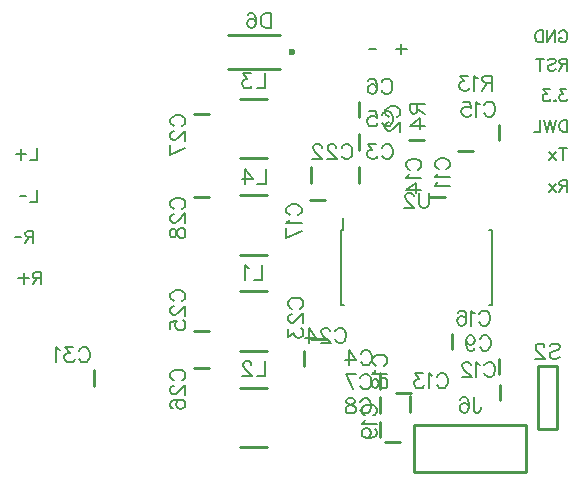
<source format=gbr>
G04 DipTrace 3.3.1.3*
G04 BottomSilk.gbr*
%MOIN*%
G04 #@! TF.FileFunction,Legend,Bot*
G04 #@! TF.Part,Single*
%ADD10C,0.009843*%
%ADD35C,0.023631*%
%ADD61C,0.005906*%
%ADD158C,0.00772*%
%ADD159C,0.006176*%
%FSLAX26Y26*%
G04*
G70*
G90*
G75*
G01*
G04 BotSilk*
%LPD*%
X1717681Y1502262D2*
D10*
X1768823D1*
X1551978Y1411946D2*
Y1360804D1*
X1621748Y673475D2*
Y724617D1*
X1551773Y1521211D2*
Y1470070D1*
Y1629786D2*
Y1578644D1*
X1621748Y593150D2*
Y644291D1*
X1621543Y512824D2*
Y563966D1*
X2020832Y722776D2*
Y773917D1*
X1934177Y1466871D2*
X1883035D1*
X2021343Y634795D2*
Y685937D1*
X1721577Y647933D2*
Y596791D1*
X1787025Y1311449D2*
X1838167D1*
X2020832Y1502303D2*
Y1553445D1*
X1863615Y856814D2*
Y805672D1*
X1439058Y1302722D2*
X1387916D1*
X1674374Y659743D2*
X1725516D1*
X1638941Y494388D2*
X1690083D1*
X1392503Y1411946D2*
Y1360804D1*
X1394167Y838917D2*
X1445308D1*
X1370504Y799382D2*
Y748240D1*
X1001146Y864467D2*
X1052287D1*
Y742462D2*
X1001146D1*
X1052287Y1588919D2*
X1001146D1*
X1052287Y1313328D2*
X1001146D1*
X670438Y683406D2*
Y734547D1*
X1288526Y1852679D2*
X1115311D1*
X1288526Y1738505D2*
X1115311D1*
D35*
X1327896Y1795586D3*
X1734675Y552242D2*
D10*
X2108741D1*
X1735388Y398192D2*
Y552488D1*
X1734675Y395984D2*
X2108741D1*
X2110363Y398192D2*
Y552488D1*
X1247179Y997594D2*
X1156648D1*
X1247179Y800742D2*
X1156648D1*
X1247179Y677481D2*
X1156648D1*
X1247179Y480629D2*
X1156648D1*
X1247179Y1637821D2*
X1156648D1*
X1247179Y1440969D2*
X1156648D1*
X1247179Y1317708D2*
X1156648D1*
X1247179Y1120856D2*
X1156648D1*
X2148764Y750117D2*
Y537617D1*
X2211262Y750117D2*
X2148764D1*
X2211262D2*
Y537617D1*
X2148764D1*
X1493540Y1201228D2*
D61*
X1500399D1*
X1493540Y951213D2*
X1503648D1*
X1995466D2*
X1985357D1*
X1995466Y1201228D2*
X1985357D1*
X1493540D2*
Y951213D1*
X1995466Y1201228D2*
Y951213D1*
X1500399Y1201228D2*
Y1243535D1*
X1652440Y1579671D2*
D158*
X1647686Y1582047D1*
X1642878Y1586856D1*
X1640501Y1591609D1*
Y1601170D1*
X1642878Y1605979D1*
X1647686Y1610732D1*
X1652440Y1613164D1*
X1659625Y1615540D1*
X1671618D1*
X1678748Y1613164D1*
X1683556Y1610732D1*
X1688310Y1605979D1*
X1690741Y1601170D1*
Y1591609D1*
X1688310Y1586855D1*
X1683556Y1582047D1*
X1678748Y1579670D1*
X1652495Y1561799D2*
X1650118D1*
X1645310Y1559423D1*
X1642933Y1557046D1*
X1640557Y1552238D1*
Y1542676D1*
X1642933Y1537923D1*
X1645310Y1535546D1*
X1650118Y1533115D1*
X1654871D1*
X1659680Y1535546D1*
X1666810Y1540300D1*
X1690741Y1564231D1*
Y1530738D1*
X1629386Y1477188D2*
X1631762Y1481941D1*
X1636571Y1486749D1*
X1641324Y1489126D1*
X1650886D1*
X1655694Y1486749D1*
X1660447Y1481941D1*
X1662879Y1477188D1*
X1665256Y1470003D1*
Y1458009D1*
X1662879Y1450879D1*
X1660447Y1446071D1*
X1655694Y1441318D1*
X1650886Y1438886D1*
X1641324D1*
X1636571Y1441318D1*
X1631762Y1446071D1*
X1629386Y1450879D1*
X1609138Y1489071D2*
X1582885D1*
X1597200Y1469947D1*
X1590015D1*
X1585262Y1467571D1*
X1582885Y1465194D1*
X1580453Y1458009D1*
Y1453256D1*
X1582885Y1446071D1*
X1587638Y1441263D1*
X1594823Y1438886D1*
X1602008D1*
X1609138Y1441263D1*
X1611515Y1443694D1*
X1613946Y1448448D1*
X1558591Y789858D2*
X1560968Y794612D1*
X1565776Y799420D1*
X1570529Y801797D1*
X1580091D1*
X1584899Y799420D1*
X1589652Y794612D1*
X1592084Y789858D1*
X1594461Y782673D1*
Y770680D1*
X1592084Y763550D1*
X1589652Y758742D1*
X1584899Y753988D1*
X1580091Y751557D1*
X1570529D1*
X1565776Y753988D1*
X1560968Y758742D1*
X1558591Y763550D1*
X1519220Y751557D2*
Y801741D1*
X1543152Y768303D1*
X1507282D1*
X1629181Y1586453D2*
X1631558Y1591206D1*
X1636366Y1596014D1*
X1641119Y1598391D1*
X1650681D1*
X1655489Y1596014D1*
X1660242Y1591206D1*
X1662674Y1586453D1*
X1665051Y1579268D1*
Y1567274D1*
X1662674Y1560145D1*
X1660242Y1555336D1*
X1655489Y1550583D1*
X1650681Y1548151D1*
X1641119D1*
X1636366Y1550583D1*
X1631558Y1555336D1*
X1629181Y1560145D1*
X1585057Y1598336D2*
X1608933D1*
X1611310Y1576836D1*
X1608933Y1579213D1*
X1601748Y1581644D1*
X1594618D1*
X1587433Y1579213D1*
X1582625Y1574459D1*
X1580248Y1567274D1*
Y1562521D1*
X1582625Y1555336D1*
X1587433Y1550528D1*
X1594618Y1548151D1*
X1601748D1*
X1608933Y1550528D1*
X1611310Y1552959D1*
X1613742Y1557713D1*
X1627965Y1695028D2*
X1630342Y1699781D1*
X1635150Y1704589D1*
X1639903Y1706966D1*
X1649465D1*
X1654273Y1704589D1*
X1659026Y1699781D1*
X1661458Y1695028D1*
X1663835Y1687843D1*
Y1675849D1*
X1661458Y1668719D1*
X1659026Y1663911D1*
X1654273Y1659158D1*
X1649465Y1656726D1*
X1639903D1*
X1635150Y1659158D1*
X1630342Y1663911D1*
X1627965Y1668719D1*
X1583841Y1699781D2*
X1586217Y1704534D1*
X1593402Y1706911D1*
X1598156D1*
X1605341Y1704534D1*
X1610149Y1697349D1*
X1612526Y1685411D1*
Y1673473D1*
X1610149Y1663911D1*
X1605341Y1659102D1*
X1598156Y1656726D1*
X1595779D1*
X1588649Y1659102D1*
X1583841Y1663911D1*
X1581464Y1671096D1*
Y1673473D1*
X1583841Y1680658D1*
X1588649Y1685411D1*
X1595779Y1687787D1*
X1598156D1*
X1605341Y1685411D1*
X1610149Y1680658D1*
X1612526Y1673473D1*
X1557403Y709533D2*
X1559779Y714286D1*
X1564588Y719095D1*
X1569341Y721471D1*
X1578903D1*
X1583711Y719095D1*
X1588464Y714286D1*
X1590896Y709533D1*
X1593273Y702348D1*
Y690354D1*
X1590896Y683225D1*
X1588464Y678416D1*
X1583711Y673663D1*
X1578903Y671231D1*
X1569341D1*
X1564588Y673663D1*
X1559779Y678416D1*
X1557403Y683225D1*
X1532402Y671231D2*
X1508470Y721416D1*
X1541963D1*
X1557170Y629207D2*
X1559547Y633961D1*
X1564355Y638769D1*
X1569109Y641146D1*
X1578670D1*
X1583479Y638769D1*
X1588232Y633961D1*
X1590664Y629207D1*
X1593040Y622022D1*
Y610029D1*
X1590664Y602899D1*
X1588232Y598091D1*
X1583479Y593338D1*
X1578670Y590906D1*
X1569109D1*
X1564355Y593338D1*
X1559547Y598091D1*
X1557170Y602899D1*
X1529793Y641090D2*
X1536923Y638714D1*
X1539355Y633961D1*
Y629152D1*
X1536923Y624399D1*
X1532169Y621967D1*
X1522608Y619591D1*
X1515423Y617214D1*
X1510670Y612405D1*
X1508293Y607652D1*
Y600467D1*
X1510670Y595714D1*
X1513046Y593282D1*
X1520231Y590906D1*
X1529793D1*
X1536923Y593282D1*
X1539355Y595714D1*
X1541731Y600467D1*
Y607652D1*
X1539355Y612405D1*
X1534546Y617214D1*
X1527416Y619591D1*
X1517855Y621967D1*
X1513046Y624399D1*
X1510670Y629152D1*
Y633961D1*
X1513046Y638714D1*
X1520231Y641090D1*
X1529793D1*
X1955298Y839159D2*
X1957675Y843912D1*
X1962483Y848721D1*
X1967237Y851097D1*
X1976798D1*
X1981607Y848721D1*
X1986360Y843912D1*
X1988792Y839159D1*
X1991168Y831974D1*
Y819980D1*
X1988792Y812851D1*
X1986360Y808042D1*
X1981607Y803289D1*
X1976798Y800857D1*
X1967237D1*
X1962483Y803289D1*
X1957675Y808042D1*
X1955298Y812851D1*
X1908742Y834350D2*
X1911174Y827165D1*
X1915927Y822357D1*
X1923112Y819980D1*
X1925489D1*
X1932674Y822357D1*
X1937427Y827165D1*
X1939859Y834350D1*
Y836727D1*
X1937427Y843912D1*
X1932674Y848665D1*
X1925489Y851042D1*
X1923112D1*
X1915927Y848665D1*
X1911174Y843912D1*
X1908742Y834350D1*
Y822357D1*
X1911174Y810419D1*
X1915927Y803234D1*
X1923112Y800857D1*
X1927866D1*
X1935051Y803234D1*
X1937427Y808042D1*
X1817794Y1405493D2*
X1813041Y1407869D1*
X1808232Y1412678D1*
X1805856Y1417431D1*
Y1426992D1*
X1808232Y1431801D1*
X1813041Y1436554D1*
X1817794Y1438986D1*
X1824979Y1441362D1*
X1836972D1*
X1844102Y1438986D1*
X1848911Y1436554D1*
X1853664Y1431801D1*
X1856096Y1426992D1*
Y1417431D1*
X1853664Y1412678D1*
X1848911Y1407869D1*
X1844102Y1405493D1*
X1815473Y1390053D2*
X1813041Y1385245D1*
X1805911Y1378060D1*
X1856096D1*
X1815473Y1362621D2*
X1813041Y1357812D1*
X1805911Y1350627D1*
X1856096D1*
X1970714Y751179D2*
X1973090Y755932D1*
X1977899Y760740D1*
X1982652Y763117D1*
X1992213D1*
X1997022Y760740D1*
X2001775Y755932D1*
X2004207Y751179D1*
X2006584Y743994D1*
Y732000D1*
X2004207Y724870D1*
X2001775Y720062D1*
X1997022Y715309D1*
X1992213Y712877D1*
X1982652D1*
X1977899Y715309D1*
X1973090Y720062D1*
X1970714Y724870D1*
X1955274Y753500D2*
X1950466Y755932D1*
X1943281Y763062D1*
Y712877D1*
X1925410Y751123D2*
Y753500D1*
X1923033Y758308D1*
X1920657Y760685D1*
X1915848Y763062D1*
X1906286D1*
X1901533Y760685D1*
X1899157Y758308D1*
X1896725Y753500D1*
Y748747D1*
X1899157Y743938D1*
X1903910Y736808D1*
X1927842Y712877D1*
X1894348D1*
X1812702Y713175D2*
X1815078Y717928D1*
X1819887Y722736D1*
X1824640Y725113D1*
X1834202D1*
X1839010Y722736D1*
X1843763Y717928D1*
X1846195Y713175D1*
X1848572Y705990D1*
Y693996D1*
X1846195Y686866D1*
X1843763Y682058D1*
X1839010Y677305D1*
X1834202Y674873D1*
X1824640D1*
X1819887Y677305D1*
X1815078Y682058D1*
X1812702Y686866D1*
X1797263Y715496D2*
X1792454Y717928D1*
X1785269Y725058D1*
Y674873D1*
X1765021Y725058D2*
X1738768D1*
X1753083Y705934D1*
X1745898D1*
X1741145Y703558D1*
X1738768Y701181D1*
X1736336Y693996D1*
Y689243D1*
X1738768Y682058D1*
X1743521Y677249D1*
X1750707Y674873D1*
X1757892D1*
X1765021Y677249D1*
X1767398Y679681D1*
X1769830Y684434D1*
X1721783Y1403761D2*
X1717030Y1406138D1*
X1712222Y1410947D1*
X1709845Y1415700D1*
Y1425261D1*
X1712222Y1430070D1*
X1717030Y1434823D1*
X1721783Y1437255D1*
X1728968Y1439631D1*
X1740962D1*
X1748092Y1437255D1*
X1752900Y1434823D1*
X1757653Y1430070D1*
X1760085Y1425261D1*
Y1415700D1*
X1757653Y1410946D1*
X1752900Y1406138D1*
X1748092Y1403761D1*
X1719462Y1388322D2*
X1717030Y1383514D1*
X1709900Y1376329D1*
X1760085D1*
Y1336958D2*
X1709900D1*
X1743339Y1360890D1*
Y1325020D1*
X1970203Y1618686D2*
X1972580Y1623440D1*
X1977388Y1628248D1*
X1982141Y1630625D1*
X1991703D1*
X1996511Y1628248D1*
X2001265Y1623440D1*
X2003696Y1618686D1*
X2006073Y1611501D1*
Y1599508D1*
X2003696Y1592378D1*
X2001265Y1587570D1*
X1996511Y1582817D1*
X1991703Y1580385D1*
X1982141D1*
X1977388Y1582817D1*
X1972580Y1587570D1*
X1970203Y1592378D1*
X1954764Y1621008D2*
X1949955Y1623440D1*
X1942770Y1630569D1*
Y1580385D1*
X1898646Y1630569D2*
X1922523D1*
X1924899Y1609070D1*
X1922523Y1611446D1*
X1915338Y1613878D1*
X1908208D1*
X1901023Y1611446D1*
X1896214Y1606693D1*
X1893838Y1599508D1*
Y1594755D1*
X1896214Y1587570D1*
X1901023Y1582761D1*
X1908208Y1580385D1*
X1915338D1*
X1922523Y1582761D1*
X1924899Y1585193D1*
X1927331Y1589946D1*
X1953524Y922055D2*
X1955900Y926808D1*
X1960709Y931617D1*
X1965462Y933993D1*
X1975024D1*
X1979832Y931617D1*
X1984585Y926808D1*
X1987017Y922055D1*
X1989394Y914870D1*
Y902877D1*
X1987017Y895747D1*
X1984585Y890938D1*
X1979832Y886185D1*
X1975024Y883753D1*
X1965462D1*
X1960709Y886185D1*
X1955900Y890938D1*
X1953524Y895747D1*
X1938085Y924377D2*
X1933276Y926808D1*
X1926091Y933938D1*
Y883753D1*
X1881967Y926808D2*
X1884344Y931562D1*
X1891529Y933938D1*
X1896282D1*
X1903467Y931562D1*
X1908275Y924377D1*
X1910652Y912438D1*
Y900500D1*
X1908275Y890938D1*
X1903467Y886130D1*
X1896282Y883753D1*
X1893905D1*
X1886775Y886130D1*
X1881967Y890938D1*
X1879590Y898123D1*
Y900500D1*
X1881967Y907685D1*
X1886775Y912438D1*
X1893905Y914815D1*
X1896282D1*
X1903467Y912438D1*
X1908275Y907685D1*
X1910652Y900500D1*
X1322675Y1252093D2*
X1317921Y1254469D1*
X1313113Y1259278D1*
X1310736Y1264031D1*
Y1273593D1*
X1313113Y1278401D1*
X1317921Y1283154D1*
X1322675Y1285586D1*
X1329860Y1287963D1*
X1341853D1*
X1348983Y1285586D1*
X1353791Y1283154D1*
X1358544Y1278401D1*
X1360976Y1273593D1*
Y1264031D1*
X1358544Y1259278D1*
X1353791Y1254469D1*
X1348983Y1252093D1*
X1320353Y1236654D2*
X1317921Y1231845D1*
X1310792Y1224660D1*
X1360976D1*
Y1199659D2*
X1310792Y1175728D1*
Y1209221D1*
X1609133Y750840D2*
X1604379Y753216D1*
X1599571Y758025D1*
X1597194Y762778D1*
Y772339D1*
X1599571Y777148D1*
X1604379Y781901D1*
X1609133Y784333D1*
X1616318Y786709D1*
X1628311D1*
X1635441Y784333D1*
X1640249Y781901D1*
X1645002Y777148D1*
X1647434Y772339D1*
Y762778D1*
X1645002Y758025D1*
X1640249Y753216D1*
X1635441Y750840D1*
X1606811Y735400D2*
X1604379Y730592D1*
X1597250Y723407D1*
X1647434D1*
X1597250Y696029D2*
X1599626Y703159D1*
X1604379Y705591D1*
X1609188D1*
X1613941Y703159D1*
X1616373Y698406D1*
X1618749Y688844D1*
X1621126Y681659D1*
X1625934Y676906D1*
X1630688Y674530D1*
X1637873D1*
X1642626Y676906D1*
X1645058Y679283D1*
X1647434Y686468D1*
Y696029D1*
X1645058Y703159D1*
X1642626Y705591D1*
X1637873Y707968D1*
X1630688D1*
X1625934Y705591D1*
X1621126Y700783D1*
X1618749Y693653D1*
X1616373Y684091D1*
X1613941Y679283D1*
X1609188Y676906D1*
X1604379D1*
X1599626Y679283D1*
X1597250Y686468D1*
Y696029D1*
X1573699Y584325D2*
X1568946Y586701D1*
X1564138Y591510D1*
X1561761Y596263D1*
Y605824D1*
X1564138Y610633D1*
X1568946Y615386D1*
X1573699Y617818D1*
X1580884Y620194D1*
X1592878D1*
X1600008Y617818D1*
X1604816Y615386D1*
X1609569Y610633D1*
X1612001Y605824D1*
Y596263D1*
X1609569Y591510D1*
X1604816Y586701D1*
X1600008Y584325D1*
X1571378Y568885D2*
X1568946Y564077D1*
X1561817Y556892D1*
X1612001D1*
X1578508Y510336D2*
X1585693Y512768D1*
X1590501Y517521D1*
X1592878Y524706D1*
Y527083D1*
X1590501Y534268D1*
X1585693Y539021D1*
X1578508Y541453D1*
X1576131D1*
X1568946Y539021D1*
X1564193Y534268D1*
X1561816Y527083D1*
Y524706D1*
X1564193Y517521D1*
X1568946Y512768D1*
X1578508Y510336D1*
X1590501D1*
X1602440Y512768D1*
X1609625Y517521D1*
X1612001Y524706D1*
Y529459D1*
X1609625Y536644D1*
X1604816Y539021D1*
X1494377Y1477188D2*
X1496753Y1481941D1*
X1501562Y1486749D1*
X1506315Y1489126D1*
X1515877D1*
X1520685Y1486749D1*
X1525438Y1481941D1*
X1527870Y1477188D1*
X1530247Y1470003D1*
Y1458009D1*
X1527870Y1450879D1*
X1525438Y1446071D1*
X1520685Y1441318D1*
X1515877Y1438886D1*
X1506315D1*
X1501562Y1441318D1*
X1496753Y1446071D1*
X1494377Y1450879D1*
X1476506Y1477132D2*
Y1479509D1*
X1474129Y1484318D1*
X1471753Y1486694D1*
X1466944Y1489071D1*
X1457383D1*
X1452629Y1486694D1*
X1450253Y1484318D1*
X1447821Y1479509D1*
Y1474756D1*
X1450253Y1469947D1*
X1455006Y1462818D1*
X1478938Y1438886D1*
X1445444D1*
X1427573Y1477132D2*
Y1479509D1*
X1425197Y1484318D1*
X1422820Y1486694D1*
X1418012Y1489071D1*
X1408450D1*
X1403697Y1486694D1*
X1401320Y1484318D1*
X1398888Y1479509D1*
Y1474756D1*
X1401320Y1469947D1*
X1406073Y1462818D1*
X1430005Y1438886D1*
X1396512D1*
X1328925Y940792D2*
X1324172Y943168D1*
X1319364Y947977D1*
X1316987Y952730D1*
Y962291D1*
X1319364Y967100D1*
X1324172Y971853D1*
X1328925Y974285D1*
X1336110Y976662D1*
X1348104D1*
X1355233Y974285D1*
X1360042Y971853D1*
X1364795Y967100D1*
X1367227Y962291D1*
Y952730D1*
X1364795Y947977D1*
X1360042Y943168D1*
X1355233Y940792D1*
X1328980Y922921D2*
X1326604D1*
X1321795Y920544D1*
X1319419Y918167D1*
X1317042Y913359D1*
Y903797D1*
X1319419Y899044D1*
X1321795Y896668D1*
X1326604Y894236D1*
X1331357D1*
X1336165Y896668D1*
X1343295Y901421D1*
X1367227Y925352D1*
Y891859D1*
X1317042Y871611D2*
Y845358D1*
X1336165Y859673D1*
Y852488D1*
X1338542Y847735D1*
X1340919Y845358D1*
X1348104Y842927D1*
X1352857D1*
X1360042Y845358D1*
X1364850Y850112D1*
X1367227Y857297D1*
Y864482D1*
X1364850Y871611D1*
X1362419Y873988D1*
X1357665Y876420D1*
X1473566Y864623D2*
X1475943Y869377D1*
X1480752Y874185D1*
X1485505Y876562D1*
X1495066D1*
X1499875Y874185D1*
X1504628Y869377D1*
X1507060Y864623D1*
X1509436Y857438D1*
Y845445D1*
X1507060Y838315D1*
X1504628Y833507D1*
X1499875Y828754D1*
X1495066Y826322D1*
X1485505D1*
X1480752Y828754D1*
X1475943Y833507D1*
X1473566Y838315D1*
X1455695Y864568D2*
Y866945D1*
X1453319Y871753D1*
X1450942Y874130D1*
X1446134Y876506D1*
X1436572D1*
X1431819Y874130D1*
X1429442Y871753D1*
X1427010Y866945D1*
Y862192D1*
X1429442Y857383D1*
X1434196Y850253D1*
X1458127Y826322D1*
X1424634D1*
X1385263D2*
Y876506D1*
X1409195Y843068D1*
X1373325D1*
X935904Y966341D2*
X931151Y968718D1*
X926343Y973527D1*
X923966Y978280D1*
Y987841D1*
X926343Y992650D1*
X931151Y997403D1*
X935904Y999835D1*
X943089Y1002211D1*
X955083D1*
X962212Y999835D1*
X967021Y997403D1*
X971774Y992650D1*
X974206Y987841D1*
Y978280D1*
X971774Y973526D1*
X967021Y968718D1*
X962212Y966341D1*
X935959Y948470D2*
X933583D1*
X928774Y946094D1*
X926398Y943717D1*
X924021Y938909D1*
Y929347D1*
X926398Y924594D1*
X928774Y922217D1*
X933583Y919786D1*
X938336D1*
X943144Y922217D1*
X950274Y926971D1*
X974206Y950902D1*
Y917409D1*
X924021Y873285D2*
Y897161D1*
X945521Y899538D1*
X943144Y897161D1*
X940713Y889976D1*
Y882846D1*
X943144Y875661D1*
X947898Y870853D1*
X955083Y868476D1*
X959836D1*
X967021Y870853D1*
X971829Y875661D1*
X974206Y882846D1*
Y889976D1*
X971829Y897161D1*
X969398Y899538D1*
X964644Y901970D1*
X935904Y701367D2*
X931151Y703744D1*
X926343Y708552D1*
X923966Y713305D1*
Y722867D1*
X926343Y727675D1*
X931151Y732428D1*
X935904Y734860D1*
X943089Y737237D1*
X955083D1*
X962212Y734860D1*
X967021Y732428D1*
X971774Y727675D1*
X974206Y722867D1*
Y713305D1*
X971774Y708552D1*
X967021Y703744D1*
X962212Y701367D1*
X935959Y683496D2*
X933583D1*
X928774Y681119D1*
X926398Y678743D1*
X924021Y673934D1*
Y664373D1*
X926398Y659620D1*
X928774Y657243D1*
X933583Y654811D1*
X938336D1*
X943144Y657243D1*
X950274Y661996D1*
X974206Y685928D1*
Y652434D1*
X931151Y608310D2*
X926398Y610687D1*
X924021Y617872D1*
Y622625D1*
X926398Y629810D1*
X933583Y634619D1*
X945521Y636995D1*
X957459D1*
X967021Y634619D1*
X971829Y629810D1*
X974206Y622625D1*
Y620249D1*
X971829Y613119D1*
X967021Y608310D1*
X959836Y605934D1*
X957459D1*
X950274Y608310D1*
X945521Y613119D1*
X943144Y620249D1*
Y622625D1*
X945521Y629810D1*
X950274Y634619D1*
X957459Y636995D1*
X935904Y1549040D2*
X931151Y1551416D1*
X926343Y1556225D1*
X923966Y1560978D1*
Y1570539D1*
X926343Y1575348D1*
X931151Y1580101D1*
X935904Y1582533D1*
X943089Y1584910D1*
X955083D1*
X962212Y1582533D1*
X967021Y1580101D1*
X971774Y1575348D1*
X974206Y1570539D1*
Y1560978D1*
X971774Y1556225D1*
X967021Y1551416D1*
X962212Y1549040D1*
X935959Y1531169D2*
X933583D1*
X928774Y1528792D1*
X926398Y1526415D1*
X924021Y1521607D1*
Y1512045D1*
X926398Y1507292D1*
X928774Y1504916D1*
X933583Y1502484D1*
X938336D1*
X943144Y1504916D1*
X950274Y1509669D1*
X974206Y1533600D1*
Y1500107D1*
Y1475106D2*
X924021Y1451175D1*
Y1484668D1*
X935904Y1273421D2*
X931151Y1275798D1*
X926343Y1280607D1*
X923966Y1285360D1*
Y1294921D1*
X926343Y1299730D1*
X931151Y1304483D1*
X935904Y1306915D1*
X943089Y1309291D1*
X955083D1*
X962212Y1306915D1*
X967021Y1304483D1*
X971774Y1299730D1*
X974206Y1294921D1*
Y1285360D1*
X971774Y1280606D1*
X967021Y1275798D1*
X962212Y1273421D1*
X935959Y1255550D2*
X933583D1*
X928774Y1253174D1*
X926398Y1250797D1*
X924021Y1245989D1*
Y1236427D1*
X926398Y1231674D1*
X928774Y1229297D1*
X933583Y1226866D1*
X938336D1*
X943144Y1229297D1*
X950274Y1234051D1*
X974206Y1257982D1*
Y1224489D1*
X924021Y1197111D2*
X926398Y1204241D1*
X931151Y1206673D1*
X935959D1*
X940713Y1204241D1*
X943144Y1199488D1*
X945521Y1189926D1*
X947898Y1182741D1*
X952706Y1177988D1*
X957459Y1175612D1*
X964644D1*
X969397Y1177988D1*
X971829Y1180365D1*
X974206Y1187550D1*
Y1197111D1*
X971829Y1204241D1*
X969398Y1206673D1*
X964644Y1209050D1*
X957459D1*
X952706Y1206673D1*
X947898Y1201865D1*
X945521Y1194735D1*
X943144Y1185173D1*
X940713Y1180365D1*
X935959Y1177988D1*
X931151D1*
X926398Y1180365D1*
X924021Y1187550D1*
Y1197111D1*
X619809Y799789D2*
X622186Y804542D1*
X626994Y809350D1*
X631748Y811727D1*
X641309D1*
X646118Y809350D1*
X650871Y804542D1*
X653303Y799789D1*
X655679Y792604D1*
Y780610D1*
X653303Y773480D1*
X650871Y768672D1*
X646118Y763919D1*
X641309Y761487D1*
X631748D1*
X626994Y763919D1*
X622186Y768672D1*
X619809Y773480D1*
X599562Y811672D2*
X573309D1*
X587623Y792548D1*
X580438D1*
X575685Y790172D1*
X573309Y787795D1*
X570877Y780610D1*
Y775857D1*
X573309Y768672D1*
X578062Y763864D1*
X585247Y761487D1*
X592432D1*
X599562Y763864D1*
X601938Y766295D1*
X604370Y771049D1*
X555438Y802110D2*
X550629Y804542D1*
X543444Y811672D1*
Y761487D1*
X1258647Y1925902D2*
Y1875662D1*
X1241900D1*
X1234715Y1878094D1*
X1229906Y1882847D1*
X1227530Y1887656D1*
X1225153Y1894785D1*
Y1906779D1*
X1227530Y1913964D1*
X1229906Y1918717D1*
X1234715Y1923526D1*
X1241900Y1925902D1*
X1258647D1*
X1181029Y1918717D2*
X1183406Y1923470D1*
X1190591Y1925847D1*
X1195344D1*
X1202529Y1923470D1*
X1207337Y1916285D1*
X1209714Y1904347D1*
Y1892409D1*
X1207337Y1882847D1*
X1202529Y1878039D1*
X1195344Y1875662D1*
X1192967D1*
X1185838Y1878039D1*
X1181029Y1882847D1*
X1178653Y1890032D1*
Y1892409D1*
X1181029Y1899594D1*
X1185838Y1904347D1*
X1192967Y1906724D1*
X1195344D1*
X1202529Y1904347D1*
X1207337Y1899594D1*
X1209714Y1892409D1*
X1934655Y644404D2*
Y606158D1*
X1937031Y598973D1*
X1939463Y596596D1*
X1944216Y594164D1*
X1949025D1*
X1953778Y596596D1*
X1956154Y598973D1*
X1958586Y606158D1*
Y610911D1*
X1890530Y637219D2*
X1892907Y641972D1*
X1900092Y644349D1*
X1904845D1*
X1912030Y641972D1*
X1916839Y634787D1*
X1919215Y622849D1*
Y610911D1*
X1916839Y601349D1*
X1912030Y596541D1*
X1904845Y594164D1*
X1902469D1*
X1895339Y596541D1*
X1890530Y601349D1*
X1888154Y608534D1*
Y610911D1*
X1890530Y618096D1*
X1895339Y622849D1*
X1902469Y625226D1*
X1904845D1*
X1912030Y622849D1*
X1916839Y618096D1*
X1919215Y610911D1*
X1229972Y1084596D2*
Y1034356D1*
X1201287D1*
X1185848Y1074979D2*
X1181040Y1077411D1*
X1173855Y1084541D1*
Y1034356D1*
X1240722Y764483D2*
Y714243D1*
X1212037D1*
X1194166Y752489D2*
Y754866D1*
X1191790Y759674D1*
X1189413Y762051D1*
X1184604Y764428D1*
X1175043D1*
X1170290Y762051D1*
X1167913Y759674D1*
X1165481Y754866D1*
Y750113D1*
X1167913Y745304D1*
X1172666Y738175D1*
X1196598Y714243D1*
X1163105D1*
X1240722Y1724823D2*
Y1674583D1*
X1212037D1*
X1191790Y1724768D2*
X1165537D1*
X1179851Y1705644D1*
X1172666D1*
X1167913Y1703268D1*
X1165537Y1700891D1*
X1163105Y1693706D1*
Y1688953D1*
X1165537Y1681768D1*
X1170290Y1676959D1*
X1177475Y1674583D1*
X1184660D1*
X1191790Y1676959D1*
X1194166Y1679391D1*
X1196598Y1684144D1*
X1241910Y1404710D2*
Y1354470D1*
X1213226D1*
X1173855D2*
Y1404655D1*
X1197786Y1371217D1*
X1161916D1*
X1747110Y1623425D2*
Y1601925D1*
X1744678Y1594740D1*
X1742302Y1592308D1*
X1737549Y1589932D1*
X1732740D1*
X1727987Y1592308D1*
X1725555Y1594740D1*
X1723179Y1601925D1*
Y1623425D1*
X1773419D1*
X1747110Y1606678D2*
X1773419Y1589932D1*
Y1550561D2*
X1723234D1*
X1756672Y1574492D1*
Y1538622D1*
X1997000Y1693307D2*
X1975500D1*
X1968315Y1695739D1*
X1965883Y1698116D1*
X1963507Y1702869D1*
Y1707677D1*
X1965883Y1712430D1*
X1968315Y1714862D1*
X1975500Y1717239D1*
X1997000D1*
Y1666999D1*
X1980254Y1693307D2*
X1963507Y1666999D1*
X1948068Y1707622D2*
X1943259Y1710054D1*
X1936074Y1717184D1*
Y1666999D1*
X1915826Y1717184D2*
X1889573D1*
X1903888Y1698060D1*
X1896703D1*
X1891950Y1695684D1*
X1889573Y1693307D1*
X1887142Y1686122D1*
Y1681369D1*
X1889573Y1674184D1*
X1894327Y1669375D1*
X1901512Y1666999D1*
X1908697D1*
X1915826Y1669375D1*
X1918203Y1671807D1*
X1920635Y1676560D1*
X2187979Y816155D2*
X2192733Y820964D1*
X2199918Y823341D1*
X2209479D1*
X2216664Y820964D1*
X2221473Y816155D1*
Y811402D1*
X2219041Y806594D1*
X2216664Y804217D1*
X2211911Y801841D1*
X2197541Y797032D1*
X2192733Y794656D1*
X2190356Y792224D1*
X2187979Y787471D1*
Y780286D1*
X2192733Y775532D1*
X2199918Y773101D1*
X2209479D1*
X2216664Y775532D1*
X2221473Y780286D1*
X2170108Y811347D2*
Y813724D1*
X2167732Y818532D1*
X2165355Y820909D1*
X2160547Y823285D1*
X2150985D1*
X2146232Y820909D1*
X2143855Y818532D1*
X2141423Y813724D1*
Y808970D1*
X2143855Y804162D1*
X2148609Y797032D1*
X2172540Y773101D1*
X2139047D1*
X1785716Y1326609D2*
Y1290739D1*
X1783339Y1283554D1*
X1778531Y1278801D1*
X1771346Y1276369D1*
X1766592D1*
X1759407Y1278801D1*
X1754599Y1283554D1*
X1752222Y1290739D1*
Y1326609D1*
X1734351Y1314615D2*
Y1316992D1*
X1731975Y1321800D1*
X1729598Y1324177D1*
X1724790Y1326554D1*
X1715228D1*
X1710475Y1324177D1*
X1708098Y1321800D1*
X1705666Y1316992D1*
Y1312239D1*
X1708098Y1307430D1*
X1712851Y1300301D1*
X1736783Y1276369D1*
X1703290D1*
X2218488Y1858932D2*
D159*
X2220389Y1862735D1*
X2224236Y1866582D1*
X2228038Y1868483D1*
X2235687D1*
X2239534Y1866582D1*
X2243337Y1862735D1*
X2245282Y1858932D1*
X2247184Y1853184D1*
Y1843590D1*
X2245282Y1837886D1*
X2243337Y1834039D1*
X2239534Y1830236D1*
X2235687Y1828291D1*
X2228038D1*
X2224236Y1830236D1*
X2220389Y1834039D1*
X2218488Y1837886D1*
Y1843590D1*
X2228038D1*
X2179342Y1868483D2*
Y1828291D1*
X2206136Y1868483D1*
Y1828291D1*
X2166990Y1868483D2*
Y1828291D1*
X2153593D1*
X2147845Y1830236D1*
X2143998Y1834039D1*
X2142097Y1837886D1*
X2140195Y1843590D1*
Y1853184D1*
X2142097Y1858932D1*
X2143998Y1862735D1*
X2147845Y1866582D1*
X2153593Y1868483D1*
X2166990D1*
X2247183Y1755004D2*
X2229983D1*
X2224235Y1756950D1*
X2222289Y1758851D1*
X2220388Y1762654D1*
Y1766500D1*
X2222289Y1770303D1*
X2224235Y1772248D1*
X2229983Y1774150D1*
X2247183D1*
Y1733958D1*
X2233785Y1755004D2*
X2220388Y1733958D1*
X2181242Y1768402D2*
X2185044Y1772248D1*
X2190792Y1774150D1*
X2198442D1*
X2204190Y1772248D1*
X2208036Y1768402D1*
Y1764599D1*
X2206091Y1760752D1*
X2204190Y1758851D1*
X2200387Y1756950D1*
X2188891Y1753103D1*
X2185044Y1751202D1*
X2183143Y1749256D1*
X2181242Y1745454D1*
Y1739706D1*
X2185044Y1735903D1*
X2190792Y1733958D1*
X2198442D1*
X2204190Y1735903D1*
X2208036Y1739706D1*
X2155493Y1774150D2*
Y1733958D1*
X2168890Y1774150D2*
X2142096D1*
X2243337Y1671588D2*
X2222334D1*
X2233786Y1656290D1*
X2228038D1*
X2224236Y1654388D1*
X2222334Y1652487D1*
X2220389Y1646739D1*
Y1642937D1*
X2222334Y1637189D1*
X2226137Y1633342D1*
X2231885Y1631441D1*
X2237633D1*
X2243337Y1633342D1*
X2245238Y1635287D1*
X2247183Y1639090D1*
X2206136Y1635287D2*
X2208037Y1633342D1*
X2206136Y1631441D1*
X2204191Y1633342D1*
X2206136Y1635287D1*
X2187992Y1671588D2*
X2166990D1*
X2178442Y1656290D1*
X2172694D1*
X2168891Y1654388D1*
X2166990Y1652487D1*
X2165045Y1646739D1*
Y1642937D1*
X2166990Y1637189D1*
X2170793Y1633342D1*
X2176541Y1631441D1*
X2182289D1*
X2187992Y1633342D1*
X2189894Y1635287D1*
X2191839Y1639090D1*
X2247184Y1569270D2*
Y1529078D1*
X2233786D1*
X2228038Y1531024D1*
X2224191Y1534826D1*
X2222290Y1538673D1*
X2220389Y1544377D1*
Y1553972D1*
X2222290Y1559720D1*
X2224191Y1563522D1*
X2228038Y1567369D1*
X2233786Y1569270D1*
X2247184D1*
X2208037D2*
X2198443Y1529078D1*
X2188892Y1569270D1*
X2179342Y1529078D1*
X2169747Y1569270D1*
X2157395D2*
Y1529078D1*
X2134447D1*
X2233786Y1474782D2*
Y1434590D1*
X2247183Y1474782D2*
X2220389D1*
X2208037Y1461385D2*
X2186991Y1434590D1*
Y1461385D2*
X2208037Y1434590D1*
X2247183Y1349338D2*
X2229984D1*
X2224236Y1351283D1*
X2222290Y1353184D1*
X2220389Y1356987D1*
Y1360834D1*
X2222290Y1364636D1*
X2224236Y1366582D1*
X2229984Y1368483D1*
X2247183D1*
Y1328291D1*
X2233786Y1349338D2*
X2220389Y1328291D1*
X2208037Y1355086D2*
X2186991Y1328291D1*
Y1355086D2*
X2208037Y1328291D1*
X478792Y1474782D2*
Y1434590D1*
X455844D1*
X426293Y1471886D2*
Y1437442D1*
X443492Y1454642D2*
X409048D1*
X478792Y1337142D2*
Y1296950D1*
X455844D1*
X443492Y1317024D2*
X421384D1*
X466456Y1180046D2*
X449256D1*
X443508Y1181992D1*
X441563Y1183893D1*
X439661Y1187696D1*
Y1191542D1*
X441563Y1195345D1*
X443508Y1197290D1*
X449256Y1199192D1*
X466456D1*
Y1159000D1*
X453059Y1180046D2*
X439661Y1159000D1*
X427310Y1179073D2*
X405202D1*
X491128Y1042251D2*
X473928D1*
X468180Y1044196D1*
X466235Y1046098D1*
X464333Y1049900D1*
Y1053747D1*
X466235Y1057550D1*
X468180Y1059495D1*
X473928Y1061396D1*
X491128D1*
Y1021204D1*
X477731Y1042251D2*
X464333Y1021204D1*
X434782Y1058500D2*
Y1024056D1*
X451982Y1041256D2*
X417538D1*
X1694009Y1822280D2*
Y1787836D1*
X1711209Y1805036D2*
X1676765D1*
X1608322Y1805058D2*
X1586214D1*
M02*

</source>
